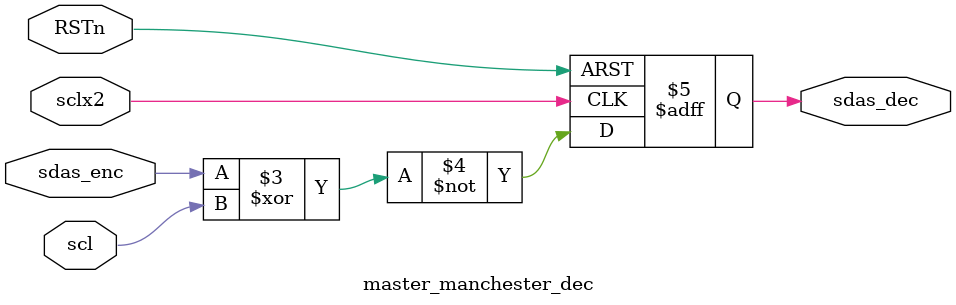
<source format=v>

`resetall
`timescale 1ns/10ps
module master_manchester_dec( 
   input   wire      scl, 
   input   wire      sclx2, 
   input   wire      RSTn, 
   input   wire      sdas_enc, 
   output  reg       sdas_dec
);

// ### Please start your Verilog code here ### 

// decoding of SDAs
// sample xored signal on negative sclx2 edge to be glitch independant
// Internal Declarations
always @(negedge sclx2 or negedge RSTn)
begin
  if (~RSTn)
    sdas_dec <= 1;
  else
    sdas_dec <= ~(sdas_enc ^ scl);
end

endmodule

</source>
